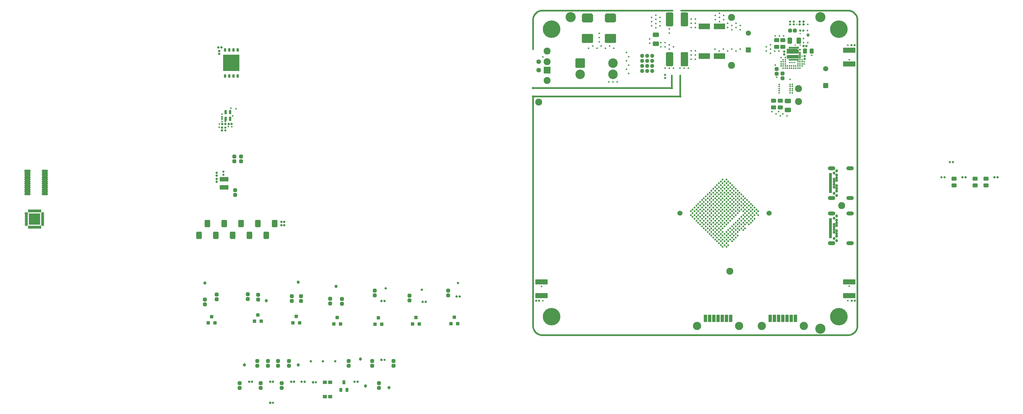
<source format=gts>
G04*
G04 #@! TF.GenerationSoftware,Altium Limited,Altium Designer,24.10.1 (45)*
G04*
G04 Layer_Color=8388736*
%FSLAX44Y44*%
%MOMM*%
G71*
G04*
G04 #@! TF.SameCoordinates,24BC4850-7E81-497A-B660-34607D59122C*
G04*
G04*
G04 #@! TF.FilePolarity,Negative*
G04*
G01*
G75*
%ADD11C,0.5080*%
%ADD63R,0.9032X0.5532*%
G04:AMPARAMS|DCode=64|XSize=2.2352mm|YSize=1.0922mm|CornerRadius=0.2483mm|HoleSize=0mm|Usage=FLASHONLY|Rotation=270.000|XOffset=0mm|YOffset=0mm|HoleType=Round|Shape=RoundedRectangle|*
%AMROUNDEDRECTD64*
21,1,2.2352,0.5956,0,0,270.0*
21,1,1.7386,1.0922,0,0,270.0*
1,1,0.4966,-0.2978,-0.8693*
1,1,0.4966,-0.2978,0.8693*
1,1,0.4966,0.2978,0.8693*
1,1,0.4966,0.2978,-0.8693*
%
%ADD64ROUNDEDRECTD64*%
G04:AMPARAMS|DCode=65|XSize=2.2352mm|YSize=1.0922mm|CornerRadius=0.1461mm|HoleSize=0mm|Usage=FLASHONLY|Rotation=270.000|XOffset=0mm|YOffset=0mm|HoleType=Round|Shape=RoundedRectangle|*
%AMROUNDEDRECTD65*
21,1,2.2352,0.8001,0,0,270.0*
21,1,1.9431,1.0922,0,0,270.0*
1,1,0.2921,-0.4001,-0.9716*
1,1,0.2921,-0.4001,0.9716*
1,1,0.2921,0.4001,0.9716*
1,1,0.2921,0.4001,-0.9716*
%
%ADD65ROUNDEDRECTD65*%
G04:AMPARAMS|DCode=66|XSize=0.608mm|YSize=0.608mm|CornerRadius=0.2024mm|HoleSize=0mm|Usage=FLASHONLY|Rotation=90.000|XOffset=0mm|YOffset=0mm|HoleType=Round|Shape=RoundedRectangle|*
%AMROUNDEDRECTD66*
21,1,0.6080,0.2032,0,0,90.0*
21,1,0.2032,0.6080,0,0,90.0*
1,1,0.4048,0.1016,0.1016*
1,1,0.4048,0.1016,-0.1016*
1,1,0.4048,-0.1016,-0.1016*
1,1,0.4048,-0.1016,0.1016*
%
%ADD66ROUNDEDRECTD66*%
G04:AMPARAMS|DCode=67|XSize=0.608mm|YSize=0.608mm|CornerRadius=0.177mm|HoleSize=0mm|Usage=FLASHONLY|Rotation=90.000|XOffset=0mm|YOffset=0mm|HoleType=Round|Shape=RoundedRectangle|*
%AMROUNDEDRECTD67*
21,1,0.6080,0.2540,0,0,90.0*
21,1,0.2540,0.6080,0,0,90.0*
1,1,0.3540,0.1270,0.1270*
1,1,0.3540,0.1270,-0.1270*
1,1,0.3540,-0.1270,-0.1270*
1,1,0.3540,-0.1270,0.1270*
%
%ADD67ROUNDEDRECTD67*%
G04:AMPARAMS|DCode=68|XSize=1.4732mm|YSize=1.2192mm|CornerRadius=0.2286mm|HoleSize=0mm|Usage=FLASHONLY|Rotation=180.000|XOffset=0mm|YOffset=0mm|HoleType=Round|Shape=RoundedRectangle|*
%AMROUNDEDRECTD68*
21,1,1.4732,0.7620,0,0,180.0*
21,1,1.0160,1.2192,0,0,180.0*
1,1,0.4572,-0.5080,0.3810*
1,1,0.4572,0.5080,0.3810*
1,1,0.4572,0.5080,-0.3810*
1,1,0.4572,-0.5080,-0.3810*
%
%ADD68ROUNDEDRECTD68*%
G04:AMPARAMS|DCode=69|XSize=1.8288mm|YSize=1.3208mm|CornerRadius=0.2413mm|HoleSize=0mm|Usage=FLASHONLY|Rotation=0.000|XOffset=0mm|YOffset=0mm|HoleType=Round|Shape=RoundedRectangle|*
%AMROUNDEDRECTD69*
21,1,1.8288,0.8382,0,0,0.0*
21,1,1.3462,1.3208,0,0,0.0*
1,1,0.4826,0.6731,-0.4191*
1,1,0.4826,-0.6731,-0.4191*
1,1,0.4826,-0.6731,0.4191*
1,1,0.4826,0.6731,0.4191*
%
%ADD69ROUNDEDRECTD69*%
G04:AMPARAMS|DCode=70|XSize=1.1532mm|YSize=1.1532mm|CornerRadius=0.2774mm|HoleSize=0mm|Usage=FLASHONLY|Rotation=180.000|XOffset=0mm|YOffset=0mm|HoleType=Round|Shape=RoundedRectangle|*
%AMROUNDEDRECTD70*
21,1,1.1532,0.5985,0,0,180.0*
21,1,0.5985,1.1532,0,0,180.0*
1,1,0.5547,-0.2993,0.2993*
1,1,0.5547,0.2993,0.2993*
1,1,0.5547,0.2993,-0.2993*
1,1,0.5547,-0.2993,-0.2993*
%
%ADD70ROUNDEDRECTD70*%
%ADD71C,3.0480*%
G04:AMPARAMS|DCode=72|XSize=0.4532mm|YSize=0.6532mm|CornerRadius=0.1329mm|HoleSize=0mm|Usage=FLASHONLY|Rotation=270.000|XOffset=0mm|YOffset=0mm|HoleType=Round|Shape=RoundedRectangle|*
%AMROUNDEDRECTD72*
21,1,0.4532,0.3875,0,0,270.0*
21,1,0.1875,0.6532,0,0,270.0*
1,1,0.2657,-0.1938,-0.0938*
1,1,0.2657,-0.1938,0.0938*
1,1,0.2657,0.1938,0.0938*
1,1,0.2657,0.1938,-0.0938*
%
%ADD72ROUNDEDRECTD72*%
G04:AMPARAMS|DCode=73|XSize=0.6532mm|YSize=0.4532mm|CornerRadius=0.1329mm|HoleSize=0mm|Usage=FLASHONLY|Rotation=270.000|XOffset=0mm|YOffset=0mm|HoleType=Round|Shape=RoundedRectangle|*
%AMROUNDEDRECTD73*
21,1,0.6532,0.1875,0,0,270.0*
21,1,0.3875,0.4532,0,0,270.0*
1,1,0.2657,-0.0938,-0.1938*
1,1,0.2657,-0.0938,0.1938*
1,1,0.2657,0.0938,0.1938*
1,1,0.2657,0.0938,-0.1938*
%
%ADD73ROUNDEDRECTD73*%
G04:AMPARAMS|DCode=74|XSize=0.6532mm|YSize=0.4532mm|CornerRadius=0.1141mm|HoleSize=0mm|Usage=FLASHONLY|Rotation=270.000|XOffset=0mm|YOffset=0mm|HoleType=Round|Shape=RoundedRectangle|*
%AMROUNDEDRECTD74*
21,1,0.6532,0.2250,0,0,270.0*
21,1,0.4250,0.4532,0,0,270.0*
1,1,0.2282,-0.1125,-0.2125*
1,1,0.2282,-0.1125,0.2125*
1,1,0.2282,0.1125,0.2125*
1,1,0.2282,0.1125,-0.2125*
%
%ADD74ROUNDEDRECTD74*%
G04:AMPARAMS|DCode=75|XSize=0.4318mm|YSize=0.508mm|CornerRadius=0.1302mm|HoleSize=0mm|Usage=FLASHONLY|Rotation=270.000|XOffset=0mm|YOffset=0mm|HoleType=Round|Shape=RoundedRectangle|*
%AMROUNDEDRECTD75*
21,1,0.4318,0.2477,0,0,270.0*
21,1,0.1715,0.5080,0,0,270.0*
1,1,0.2604,-0.1238,-0.0857*
1,1,0.2604,-0.1238,0.0857*
1,1,0.2604,0.1238,0.0857*
1,1,0.2604,0.1238,-0.0857*
%
%ADD75ROUNDEDRECTD75*%
G04:AMPARAMS|DCode=76|XSize=1.8542mm|YSize=0.6096mm|CornerRadius=0.1687mm|HoleSize=0mm|Usage=FLASHONLY|Rotation=0.000|XOffset=0mm|YOffset=0mm|HoleType=Round|Shape=RoundedRectangle|*
%AMROUNDEDRECTD76*
21,1,1.8542,0.2723,0,0,0.0*
21,1,1.5169,0.6096,0,0,0.0*
1,1,0.3373,0.7584,-0.1361*
1,1,0.3373,-0.7584,-0.1361*
1,1,0.3373,-0.7584,0.1361*
1,1,0.3373,0.7584,0.1361*
%
%ADD76ROUNDEDRECTD76*%
G04:AMPARAMS|DCode=77|XSize=1.8542mm|YSize=0.6096mm|CornerRadius=0.1219mm|HoleSize=0mm|Usage=FLASHONLY|Rotation=0.000|XOffset=0mm|YOffset=0mm|HoleType=Round|Shape=RoundedRectangle|*
%AMROUNDEDRECTD77*
21,1,1.8542,0.3658,0,0,0.0*
21,1,1.6104,0.6096,0,0,0.0*
1,1,0.2438,0.8052,-0.1829*
1,1,0.2438,-0.8052,-0.1829*
1,1,0.2438,-0.8052,0.1829*
1,1,0.2438,0.8052,0.1829*
%
%ADD77ROUNDEDRECTD77*%
G04:AMPARAMS|DCode=78|XSize=3.4544mm|YSize=3.4544mm|CornerRadius=0.1829mm|HoleSize=0mm|Usage=FLASHONLY|Rotation=0.000|XOffset=0mm|YOffset=0mm|HoleType=Round|Shape=RoundedRectangle|*
%AMROUNDEDRECTD78*
21,1,3.4544,3.0886,0,0,0.0*
21,1,3.0886,3.4544,0,0,0.0*
1,1,0.3658,1.5443,-1.5443*
1,1,0.3658,-1.5443,-1.5443*
1,1,0.3658,-1.5443,1.5443*
1,1,0.3658,1.5443,1.5443*
%
%ADD78ROUNDEDRECTD78*%
G04:AMPARAMS|DCode=79|XSize=0.4572mm|YSize=0.9652mm|CornerRadius=0.1435mm|HoleSize=0mm|Usage=FLASHONLY|Rotation=180.000|XOffset=0mm|YOffset=0mm|HoleType=Round|Shape=RoundedRectangle|*
%AMROUNDEDRECTD79*
21,1,0.4572,0.6782,0,0,180.0*
21,1,0.1702,0.9652,0,0,180.0*
1,1,0.2870,-0.0851,0.3391*
1,1,0.2870,0.0851,0.3391*
1,1,0.2870,0.0851,-0.3391*
1,1,0.2870,-0.0851,-0.3391*
%
%ADD79ROUNDEDRECTD79*%
G04:AMPARAMS|DCode=80|XSize=0.4572mm|YSize=0.9652mm|CornerRadius=0.1435mm|HoleSize=0mm|Usage=FLASHONLY|Rotation=270.000|XOffset=0mm|YOffset=0mm|HoleType=Round|Shape=RoundedRectangle|*
%AMROUNDEDRECTD80*
21,1,0.4572,0.6782,0,0,270.0*
21,1,0.1702,0.9652,0,0,270.0*
1,1,0.2870,-0.3391,-0.0851*
1,1,0.2870,-0.3391,0.0851*
1,1,0.2870,0.3391,0.0851*
1,1,0.2870,0.3391,-0.0851*
%
%ADD80ROUNDEDRECTD80*%
G04:AMPARAMS|DCode=81|XSize=0.4572mm|YSize=0.9652mm|CornerRadius=0.1143mm|HoleSize=0mm|Usage=FLASHONLY|Rotation=270.000|XOffset=0mm|YOffset=0mm|HoleType=Round|Shape=RoundedRectangle|*
%AMROUNDEDRECTD81*
21,1,0.4572,0.7366,0,0,270.0*
21,1,0.2286,0.9652,0,0,270.0*
1,1,0.2286,-0.3683,-0.1143*
1,1,0.2286,-0.3683,0.1143*
1,1,0.2286,0.3683,0.1143*
1,1,0.2286,0.3683,-0.1143*
%
%ADD81ROUNDEDRECTD81*%
G04:AMPARAMS|DCode=82|XSize=0.608mm|YSize=0.608mm|CornerRadius=0.2024mm|HoleSize=0mm|Usage=FLASHONLY|Rotation=0.000|XOffset=0mm|YOffset=0mm|HoleType=Round|Shape=RoundedRectangle|*
%AMROUNDEDRECTD82*
21,1,0.6080,0.2032,0,0,0.0*
21,1,0.2032,0.6080,0,0,0.0*
1,1,0.4048,0.1016,-0.1016*
1,1,0.4048,-0.1016,-0.1016*
1,1,0.4048,-0.1016,0.1016*
1,1,0.4048,0.1016,0.1016*
%
%ADD82ROUNDEDRECTD82*%
G04:AMPARAMS|DCode=83|XSize=0.608mm|YSize=0.608mm|CornerRadius=0.177mm|HoleSize=0mm|Usage=FLASHONLY|Rotation=180.000|XOffset=0mm|YOffset=0mm|HoleType=Round|Shape=RoundedRectangle|*
%AMROUNDEDRECTD83*
21,1,0.6080,0.2540,0,0,180.0*
21,1,0.2540,0.6080,0,0,180.0*
1,1,0.3540,-0.1270,0.1270*
1,1,0.3540,0.1270,0.1270*
1,1,0.3540,0.1270,-0.1270*
1,1,0.3540,-0.1270,-0.1270*
%
%ADD83ROUNDEDRECTD83*%
G04:AMPARAMS|DCode=84|XSize=1.8288mm|YSize=1.3208mm|CornerRadius=0.2413mm|HoleSize=0mm|Usage=FLASHONLY|Rotation=90.000|XOffset=0mm|YOffset=0mm|HoleType=Round|Shape=RoundedRectangle|*
%AMROUNDEDRECTD84*
21,1,1.8288,0.8382,0,0,90.0*
21,1,1.3462,1.3208,0,0,90.0*
1,1,0.4826,0.4191,0.6731*
1,1,0.4826,0.4191,-0.6731*
1,1,0.4826,-0.4191,-0.6731*
1,1,0.4826,-0.4191,0.6731*
%
%ADD84ROUNDEDRECTD84*%
G04:AMPARAMS|DCode=85|XSize=1.4732mm|YSize=1.2192mm|CornerRadius=0.2286mm|HoleSize=0mm|Usage=FLASHONLY|Rotation=90.000|XOffset=0mm|YOffset=0mm|HoleType=Round|Shape=RoundedRectangle|*
%AMROUNDEDRECTD85*
21,1,1.4732,0.7620,0,0,90.0*
21,1,1.0160,1.2192,0,0,90.0*
1,1,0.4572,0.3810,0.5080*
1,1,0.4572,0.3810,-0.5080*
1,1,0.4572,-0.3810,-0.5080*
1,1,0.4572,-0.3810,0.5080*
%
%ADD85ROUNDEDRECTD85*%
%ADD86C,0.9652*%
G04:AMPARAMS|DCode=87|XSize=1.1532mm|YSize=1.1532mm|CornerRadius=0.2774mm|HoleSize=0mm|Usage=FLASHONLY|Rotation=90.000|XOffset=0mm|YOffset=0mm|HoleType=Round|Shape=RoundedRectangle|*
%AMROUNDEDRECTD87*
21,1,1.1532,0.5985,0,0,90.0*
21,1,0.5985,1.1532,0,0,90.0*
1,1,0.5547,0.2993,0.2993*
1,1,0.5547,0.2993,-0.2993*
1,1,0.5547,-0.2993,-0.2993*
1,1,0.5547,-0.2993,0.2993*
%
%ADD87ROUNDEDRECTD87*%
G04:AMPARAMS|DCode=88|XSize=0.4826mm|YSize=0.5588mm|CornerRadius=0.0927mm|HoleSize=0mm|Usage=FLASHONLY|Rotation=90.000|XOffset=0mm|YOffset=0mm|HoleType=Round|Shape=RoundedRectangle|*
%AMROUNDEDRECTD88*
21,1,0.4826,0.3734,0,0,90.0*
21,1,0.2972,0.5588,0,0,90.0*
1,1,0.1854,0.1867,0.1486*
1,1,0.1854,0.1867,-0.1486*
1,1,0.1854,-0.1867,-0.1486*
1,1,0.1854,-0.1867,0.1486*
%
%ADD88ROUNDEDRECTD88*%
%ADD89R,5.0292X4.9022*%
G04:AMPARAMS|DCode=90|XSize=1.016mm|YSize=0.7112mm|CornerRadius=0.1651mm|HoleSize=0mm|Usage=FLASHONLY|Rotation=90.000|XOffset=0mm|YOffset=0mm|HoleType=Round|Shape=RoundedRectangle|*
%AMROUNDEDRECTD90*
21,1,1.0160,0.3810,0,0,90.0*
21,1,0.6858,0.7112,0,0,90.0*
1,1,0.3302,0.1905,0.3429*
1,1,0.3302,0.1905,-0.3429*
1,1,0.3302,-0.1905,-0.3429*
1,1,0.3302,-0.1905,0.3429*
%
%ADD90ROUNDEDRECTD90*%
G04:AMPARAMS|DCode=91|XSize=1.016mm|YSize=0.7112mm|CornerRadius=0.127mm|HoleSize=0mm|Usage=FLASHONLY|Rotation=90.000|XOffset=0mm|YOffset=0mm|HoleType=Round|Shape=RoundedRectangle|*
%AMROUNDEDRECTD91*
21,1,1.0160,0.4572,0,0,90.0*
21,1,0.7620,0.7112,0,0,90.0*
1,1,0.2540,0.2286,0.3810*
1,1,0.2540,0.2286,-0.3810*
1,1,0.2540,-0.2286,-0.3810*
1,1,0.2540,-0.2286,0.3810*
%
%ADD91ROUNDEDRECTD91*%
%ADD92C,1.5240*%
%ADD93C,0.5732*%
G04:AMPARAMS|DCode=94|XSize=0.608mm|YSize=0.608mm|CornerRadius=0.0754mm|HoleSize=0mm|Usage=FLASHONLY|Rotation=90.000|XOffset=0mm|YOffset=0mm|HoleType=Round|Shape=RoundedRectangle|*
%AMROUNDEDRECTD94*
21,1,0.6080,0.4572,0,0,90.0*
21,1,0.4572,0.6080,0,0,90.0*
1,1,0.1508,0.2286,0.2286*
1,1,0.1508,0.2286,-0.2286*
1,1,0.1508,-0.2286,-0.2286*
1,1,0.1508,-0.2286,0.2286*
%
%ADD94ROUNDEDRECTD94*%
G04:AMPARAMS|DCode=95|XSize=1.016mm|YSize=1.0922mm|CornerRadius=0.2357mm|HoleSize=0mm|Usage=FLASHONLY|Rotation=0.000|XOffset=0mm|YOffset=0mm|HoleType=Round|Shape=RoundedRectangle|*
%AMROUNDEDRECTD95*
21,1,1.0160,0.6208,0,0,0.0*
21,1,0.5446,1.0922,0,0,0.0*
1,1,0.4714,0.2723,-0.3104*
1,1,0.4714,-0.2723,-0.3104*
1,1,0.4714,-0.2723,0.3104*
1,1,0.4714,0.2723,0.3104*
%
%ADD95ROUNDEDRECTD95*%
G04:AMPARAMS|DCode=96|XSize=1.016mm|YSize=1.0922mm|CornerRadius=0.1422mm|HoleSize=0mm|Usage=FLASHONLY|Rotation=0.000|XOffset=0mm|YOffset=0mm|HoleType=Round|Shape=RoundedRectangle|*
%AMROUNDEDRECTD96*
21,1,1.0160,0.8077,0,0,0.0*
21,1,0.7315,1.0922,0,0,0.0*
1,1,0.2845,0.3658,-0.4039*
1,1,0.2845,-0.3658,-0.4039*
1,1,0.2845,-0.3658,0.4039*
1,1,0.2845,0.3658,0.4039*
%
%ADD96ROUNDEDRECTD96*%
G04:AMPARAMS|DCode=97|XSize=1.397mm|YSize=0.6604mm|CornerRadius=0.177mm|HoleSize=0mm|Usage=FLASHONLY|Rotation=270.000|XOffset=0mm|YOffset=0mm|HoleType=Round|Shape=RoundedRectangle|*
%AMROUNDEDRECTD97*
21,1,1.3970,0.3063,0,0,270.0*
21,1,1.0429,0.6604,0,0,270.0*
1,1,0.3541,-0.1532,-0.5215*
1,1,0.3541,-0.1532,0.5215*
1,1,0.3541,0.1532,0.5215*
1,1,0.3541,0.1532,-0.5215*
%
%ADD97ROUNDEDRECTD97*%
G04:AMPARAMS|DCode=98|XSize=1.397mm|YSize=0.6604mm|CornerRadius=0.1245mm|HoleSize=0mm|Usage=FLASHONLY|Rotation=90.000|XOffset=0mm|YOffset=0mm|HoleType=Round|Shape=RoundedRectangle|*
%AMROUNDEDRECTD98*
21,1,1.3970,0.4115,0,0,90.0*
21,1,1.1481,0.6604,0,0,90.0*
1,1,0.2489,0.2057,0.5740*
1,1,0.2489,0.2057,-0.5740*
1,1,0.2489,-0.2057,-0.5740*
1,1,0.2489,-0.2057,0.5740*
%
%ADD98ROUNDEDRECTD98*%
G04:AMPARAMS|DCode=99|XSize=1.27mm|YSize=0.7112mm|CornerRadius=0.1854mm|HoleSize=0mm|Usage=FLASHONLY|Rotation=90.000|XOffset=0mm|YOffset=0mm|HoleType=Round|Shape=RoundedRectangle|*
%AMROUNDEDRECTD99*
21,1,1.2700,0.3404,0,0,90.0*
21,1,0.8992,0.7112,0,0,90.0*
1,1,0.3708,0.1702,0.4496*
1,1,0.3708,0.1702,-0.4496*
1,1,0.3708,-0.1702,-0.4496*
1,1,0.3708,-0.1702,0.4496*
%
%ADD99ROUNDEDRECTD99*%
G04:AMPARAMS|DCode=100|XSize=1.27mm|YSize=0.7112mm|CornerRadius=0.127mm|HoleSize=0mm|Usage=FLASHONLY|Rotation=90.000|XOffset=0mm|YOffset=0mm|HoleType=Round|Shape=RoundedRectangle|*
%AMROUNDEDRECTD100*
21,1,1.2700,0.4572,0,0,90.0*
21,1,1.0160,0.7112,0,0,90.0*
1,1,0.2540,0.2286,0.5080*
1,1,0.2540,0.2286,-0.5080*
1,1,0.2540,-0.2286,-0.5080*
1,1,0.2540,-0.2286,0.5080*
%
%ADD100ROUNDEDRECTD100*%
%ADD101C,0.7112*%
G04:AMPARAMS|DCode=102|XSize=0.9144mm|YSize=1.2192mm|CornerRadius=0.1372mm|HoleSize=0mm|Usage=FLASHONLY|Rotation=0.000|XOffset=0mm|YOffset=0mm|HoleType=Round|Shape=RoundedRectangle|*
%AMROUNDEDRECTD102*
21,1,0.9144,0.9449,0,0,0.0*
21,1,0.6401,1.2192,0,0,0.0*
1,1,0.2743,0.3200,-0.4724*
1,1,0.2743,-0.3200,-0.4724*
1,1,0.2743,-0.3200,0.4724*
1,1,0.2743,0.3200,0.4724*
%
%ADD102ROUNDEDRECTD102*%
G04:AMPARAMS|DCode=103|XSize=0.9144mm|YSize=1.2192mm|CornerRadius=0.1905mm|HoleSize=0mm|Usage=FLASHONLY|Rotation=0.000|XOffset=0mm|YOffset=0mm|HoleType=Round|Shape=RoundedRectangle|*
%AMROUNDEDRECTD103*
21,1,0.9144,0.8382,0,0,0.0*
21,1,0.5334,1.2192,0,0,0.0*
1,1,0.3810,0.2667,-0.4191*
1,1,0.3810,-0.2667,-0.4191*
1,1,0.3810,-0.2667,0.4191*
1,1,0.3810,0.2667,0.4191*
%
%ADD103ROUNDEDRECTD103*%
G04:AMPARAMS|DCode=104|XSize=1.0922mm|YSize=1.2192mm|CornerRadius=0.2127mm|HoleSize=0mm|Usage=FLASHONLY|Rotation=90.000|XOffset=0mm|YOffset=0mm|HoleType=Round|Shape=RoundedRectangle|*
%AMROUNDEDRECTD104*
21,1,1.0922,0.7938,0,0,90.0*
21,1,0.6668,1.2192,0,0,90.0*
1,1,0.4255,0.3969,0.3334*
1,1,0.4255,0.3969,-0.3334*
1,1,0.4255,-0.3969,-0.3334*
1,1,0.4255,-0.3969,0.3334*
%
%ADD104ROUNDEDRECTD104*%
G04:AMPARAMS|DCode=105|XSize=1.6256mm|YSize=2.2352mm|CornerRadius=0.2794mm|HoleSize=0mm|Usage=FLASHONLY|Rotation=180.000|XOffset=0mm|YOffset=0mm|HoleType=Round|Shape=RoundedRectangle|*
%AMROUNDEDRECTD105*
21,1,1.6256,1.6764,0,0,180.0*
21,1,1.0668,2.2352,0,0,180.0*
1,1,0.5588,-0.5334,0.8382*
1,1,0.5588,0.5334,0.8382*
1,1,0.5588,0.5334,-0.8382*
1,1,0.5588,-0.5334,-0.8382*
%
%ADD105ROUNDEDRECTD105*%
G04:AMPARAMS|DCode=106|XSize=1.6256mm|YSize=2.2352mm|CornerRadius=0.1727mm|HoleSize=0mm|Usage=FLASHONLY|Rotation=180.000|XOffset=0mm|YOffset=0mm|HoleType=Round|Shape=RoundedRectangle|*
%AMROUNDEDRECTD106*
21,1,1.6256,1.8898,0,0,180.0*
21,1,1.2802,2.2352,0,0,180.0*
1,1,0.3454,-0.6401,0.9449*
1,1,0.3454,0.6401,0.9449*
1,1,0.3454,0.6401,-0.9449*
1,1,0.3454,-0.6401,-0.9449*
%
%ADD106ROUNDEDRECTD106*%
G04:AMPARAMS|DCode=107|XSize=3.3782mm|YSize=2.667mm|CornerRadius=0.2248mm|HoleSize=0mm|Usage=FLASHONLY|Rotation=180.000|XOffset=0mm|YOffset=0mm|HoleType=Round|Shape=RoundedRectangle|*
%AMROUNDEDRECTD107*
21,1,3.3782,2.2174,0,0,180.0*
21,1,2.9286,2.6670,0,0,180.0*
1,1,0.4496,-1.4643,1.1087*
1,1,0.4496,1.4643,1.1087*
1,1,0.4496,1.4643,-1.1087*
1,1,0.4496,-1.4643,-1.1087*
%
%ADD107ROUNDEDRECTD107*%
G04:AMPARAMS|DCode=108|XSize=3.3782mm|YSize=2.667mm|CornerRadius=0.5081mm|HoleSize=0mm|Usage=FLASHONLY|Rotation=180.000|XOffset=0mm|YOffset=0mm|HoleType=Round|Shape=RoundedRectangle|*
%AMROUNDEDRECTD108*
21,1,3.3782,1.6508,0,0,180.0*
21,1,2.3620,2.6670,0,0,180.0*
1,1,1.0163,-1.1810,0.8254*
1,1,1.0163,1.1810,0.8254*
1,1,1.0163,1.1810,-0.8254*
1,1,1.0163,-1.1810,-0.8254*
%
%ADD108ROUNDEDRECTD108*%
G04:AMPARAMS|DCode=109|XSize=2.2352mm|YSize=4.1656mm|CornerRadius=0.2032mm|HoleSize=0mm|Usage=FLASHONLY|Rotation=180.000|XOffset=0mm|YOffset=0mm|HoleType=Round|Shape=RoundedRectangle|*
%AMROUNDEDRECTD109*
21,1,2.2352,3.7592,0,0,180.0*
21,1,1.8288,4.1656,0,0,180.0*
1,1,0.4064,-0.9144,1.8796*
1,1,0.4064,0.9144,1.8796*
1,1,0.4064,0.9144,-1.8796*
1,1,0.4064,-0.9144,-1.8796*
%
%ADD109ROUNDEDRECTD109*%
G04:AMPARAMS|DCode=110|XSize=2.2352mm|YSize=4.1656mm|CornerRadius=0.3556mm|HoleSize=0mm|Usage=FLASHONLY|Rotation=180.000|XOffset=0mm|YOffset=0mm|HoleType=Round|Shape=RoundedRectangle|*
%AMROUNDEDRECTD110*
21,1,2.2352,3.4544,0,0,180.0*
21,1,1.5240,4.1656,0,0,180.0*
1,1,0.7112,-0.7620,1.7272*
1,1,0.7112,0.7620,1.7272*
1,1,0.7112,0.7620,-1.7272*
1,1,0.7112,-0.7620,-1.7272*
%
%ADD110ROUNDEDRECTD110*%
%ADD111R,3.3528X1.7018*%
G04:AMPARAMS|DCode=112|XSize=1.6002mm|YSize=3.7592mm|CornerRadius=0.2762mm|HoleSize=0mm|Usage=FLASHONLY|Rotation=270.000|XOffset=0mm|YOffset=0mm|HoleType=Round|Shape=RoundedRectangle|*
%AMROUNDEDRECTD112*
21,1,1.6002,3.2068,0,0,270.0*
21,1,1.0478,3.7592,0,0,270.0*
1,1,0.5525,-1.6034,-0.5239*
1,1,0.5525,-1.6034,0.5239*
1,1,0.5525,1.6034,0.5239*
1,1,0.5525,1.6034,-0.5239*
%
%ADD112ROUNDEDRECTD112*%
%ADD113O,2.2352X1.2192*%
%ADD114C,0.8636*%
%ADD115C,2.4892*%
G04:AMPARAMS|DCode=116|XSize=1.5748mm|YSize=1.5748mm|CornerRadius=0.2731mm|HoleSize=0mm|Usage=FLASHONLY|Rotation=90.000|XOffset=0mm|YOffset=0mm|HoleType=Round|Shape=RoundedRectangle|*
%AMROUNDEDRECTD116*
21,1,1.5748,1.0287,0,0,90.0*
21,1,1.0287,1.5748,0,0,90.0*
1,1,0.5461,0.5143,0.5143*
1,1,0.5461,0.5143,-0.5143*
1,1,0.5461,-0.5143,-0.5143*
1,1,0.5461,-0.5143,0.5143*
%
%ADD116ROUNDEDRECTD116*%
%ADD117C,1.5748*%
%ADD118C,2.1082*%
G04:AMPARAMS|DCode=119|XSize=2.8702mm|YSize=2.8702mm|CornerRadius=0.235mm|HoleSize=0mm|Usage=FLASHONLY|Rotation=0.000|XOffset=0mm|YOffset=0mm|HoleType=Round|Shape=RoundedRectangle|*
%AMROUNDEDRECTD119*
21,1,2.8702,2.4003,0,0,0.0*
21,1,2.4003,2.8702,0,0,0.0*
1,1,0.4699,1.2002,-1.2002*
1,1,0.4699,-1.2002,-1.2002*
1,1,0.4699,-1.2002,1.2002*
1,1,0.4699,1.2002,1.2002*
%
%ADD119ROUNDEDRECTD119*%
%ADD120C,2.8702*%
G04:AMPARAMS|DCode=121|XSize=2.1082mm|YSize=2.1082mm|CornerRadius=0.1969mm|HoleSize=0mm|Usage=FLASHONLY|Rotation=90.000|XOffset=0mm|YOffset=0mm|HoleType=Round|Shape=RoundedRectangle|*
%AMROUNDEDRECTD121*
21,1,2.1082,1.7145,0,0,90.0*
21,1,1.7145,2.1082,0,0,90.0*
1,1,0.3937,0.8573,0.8573*
1,1,0.3937,0.8573,-0.8573*
1,1,0.3937,-0.8573,-0.8573*
1,1,0.3937,-0.8573,0.8573*
%
%ADD121ROUNDEDRECTD121*%
%ADD122C,1.4224*%
%ADD123C,5.2832*%
%ADD124C,0.4064*%
%ADD125C,0.4572*%
%ADD126C,1.2192*%
G36*
X3507859Y2515859D02*
X3511718Y2514825D01*
X3515410Y2513295D01*
X3518870Y2511298D01*
X3522040Y2508865D01*
X3524865Y2506040D01*
X3527297Y2502870D01*
X3529295Y2499410D01*
X3530824Y2495719D01*
X3531859Y2491859D01*
X3532380Y2487898D01*
Y2485900D01*
X3527300D01*
X3527178Y2488390D01*
X3526206Y2493273D01*
X3524301Y2497874D01*
X3521534Y2502014D01*
X3518014Y2505535D01*
X3513873Y2508301D01*
X3509273Y2510206D01*
X3504390Y2511178D01*
X3501900Y2511300D01*
Y2511300D01*
X2997200Y2511300D01*
X2997200Y2516380D01*
X3501900Y2516380D01*
X3503898D01*
X3507859Y2515859D01*
D02*
G37*
G36*
X2971800Y2511300D02*
X2578100Y2511300D01*
Y2511300D01*
X2575610Y2511178D01*
X2570727Y2510206D01*
X2566126Y2508301D01*
X2561986Y2505535D01*
X2558466Y2502014D01*
X2555699Y2497874D01*
X2553794Y2493273D01*
X2552822Y2488390D01*
X2552700Y2485900D01*
X2547620D01*
Y2487898D01*
X2548141Y2491859D01*
X2549176Y2495719D01*
X2550705Y2499410D01*
X2552702Y2502870D01*
X2555135Y2506040D01*
X2557960Y2508865D01*
X2561130Y2511298D01*
X2564590Y2513295D01*
X2568282Y2514824D01*
X2572141Y2515858D01*
X2576102Y2516380D01*
X2578100D01*
X2971800Y2516380D01*
X2971800Y2511300D01*
D02*
G37*
G36*
X3320493Y2398549D02*
X3320545Y2398539D01*
X3320623Y2398524D01*
X3320750Y2398481D01*
X3320869Y2398422D01*
D01*
X3320869Y2398422D01*
X3320980Y2398348D01*
X3321055Y2398282D01*
X3321080Y2398260D01*
X3321080Y2398260D01*
X3321080Y2398260D01*
X3321102Y2398235D01*
X3321168Y2398160D01*
X3321202Y2398108D01*
X3348360D01*
X3348380Y2398107D01*
X3348401Y2398107D01*
X3348447Y2398103D01*
X3348493Y2398100D01*
X3348513Y2398096D01*
X3348533Y2398093D01*
X3348578Y2398082D01*
X3348623Y2398073D01*
X3348643Y2398067D01*
X3348663Y2398062D01*
X3348706Y2398045D01*
X3348750Y2398031D01*
X3348768Y2398022D01*
X3348787Y2398014D01*
X3348828Y2397992D01*
X3348869Y2397972D01*
X3348886Y2397960D01*
X3348904Y2397951D01*
X3348942Y2397923D01*
X3348980Y2397898D01*
X3348995Y2397884D01*
X3349012Y2397872D01*
X3352012Y2395372D01*
X3352045Y2395340D01*
X3352080Y2395310D01*
X3352094Y2395294D01*
X3352108Y2395280D01*
X3352137Y2395244D01*
X3352168Y2395210D01*
X3352179Y2395193D01*
X3352192Y2395177D01*
X3352216Y2395137D01*
X3352242Y2395099D01*
X3352251Y2395081D01*
X3352261Y2395063D01*
X3352280Y2395021D01*
X3352301Y2394980D01*
X3352307Y2394960D01*
X3352316Y2394942D01*
X3352328Y2394897D01*
X3352343Y2394854D01*
X3352347Y2394833D01*
X3352353Y2394814D01*
X3352361Y2394768D01*
X3352369Y2394723D01*
X3352371Y2394702D01*
X3352374Y2394682D01*
X3352375Y2394636D01*
X3352378Y2394590D01*
Y2385040D01*
X3352369Y2384907D01*
X3352343Y2384776D01*
X3352301Y2384650D01*
X3352242Y2384531D01*
X3352168Y2384420D01*
X3352080Y2384320D01*
X3351980Y2384232D01*
X3351869Y2384158D01*
X3351750Y2384099D01*
X3351624Y2384057D01*
X3351493Y2384030D01*
X3351360Y2384022D01*
X3317060D01*
X3316927Y2384030D01*
X3316797Y2384057D01*
X3316671Y2384099D01*
X3316551Y2384158D01*
X3316440Y2384232D01*
X3316340Y2384320D01*
X3316252Y2384420D01*
X3316178Y2384531D01*
X3316119Y2384650D01*
X3316076Y2384776D01*
X3316050Y2384907D01*
X3316042Y2385040D01*
Y2387540D01*
X3316050Y2387673D01*
X3316076Y2387803D01*
X3316119Y2387930D01*
X3316178Y2388049D01*
X3316252Y2388160D01*
X3316340Y2388260D01*
X3316440Y2388348D01*
X3316551Y2388422D01*
X3316671Y2388481D01*
X3316797Y2388524D01*
X3316927Y2388549D01*
X3317060Y2388558D01*
X3319342D01*
Y2389022D01*
X3317060D01*
X3316927Y2389030D01*
X3316797Y2389057D01*
X3316671Y2389099D01*
X3316551Y2389158D01*
X3316440Y2389232D01*
X3316340Y2389320D01*
X3316252Y2389420D01*
X3316178Y2389531D01*
X3316119Y2389650D01*
X3316076Y2389776D01*
X3316050Y2389907D01*
X3316042Y2390040D01*
Y2392540D01*
X3316050Y2392673D01*
X3316076Y2392803D01*
X3316119Y2392930D01*
X3316178Y2393049D01*
X3316252Y2393160D01*
X3316340Y2393260D01*
X3316440Y2393348D01*
X3316551Y2393422D01*
X3316671Y2393481D01*
X3316797Y2393524D01*
X3316927Y2393549D01*
X3317060Y2393558D01*
X3319342D01*
Y2394022D01*
X3317060D01*
X3316927Y2394030D01*
X3316797Y2394057D01*
X3316671Y2394099D01*
X3316551Y2394158D01*
X3316440Y2394232D01*
X3316340Y2394320D01*
X3316252Y2394420D01*
X3316178Y2394531D01*
X3316119Y2394650D01*
X3316076Y2394776D01*
X3316050Y2394907D01*
X3316042Y2395040D01*
Y2397540D01*
X3316050Y2397673D01*
X3316076Y2397803D01*
X3316119Y2397930D01*
X3316178Y2398049D01*
X3316252Y2398160D01*
X3316340Y2398260D01*
X3316440Y2398348D01*
X3316551Y2398422D01*
X3316671Y2398481D01*
X3316797Y2398524D01*
X3316927Y2398549D01*
X3317060Y2398558D01*
X3320360Y2398558D01*
X3320360D01*
X3320360D01*
X3320493Y2398549D01*
D02*
G37*
G36*
X2552700Y2485900D02*
Y2397000D01*
X2547620D01*
Y2485900D01*
X2552700Y2485900D01*
D02*
G37*
G36*
X3351493Y2380049D02*
X3351624Y2380023D01*
X3351750Y2379981D01*
X3351870Y2379922D01*
X3351980Y2379848D01*
X3352080Y2379760D01*
X3352168Y2379660D01*
X3352242Y2379549D01*
X3352301Y2379430D01*
X3352344Y2379303D01*
X3352370Y2379173D01*
X3352379Y2379040D01*
Y2370490D01*
X3352370Y2370357D01*
X3352344Y2370226D01*
X3352301Y2370100D01*
X3352242Y2369981D01*
X3352168Y2369870D01*
X3352080Y2369770D01*
X3351980Y2369682D01*
X3351870Y2369608D01*
X3351750Y2369549D01*
X3351624Y2369507D01*
X3351493Y2369480D01*
X3351360Y2369472D01*
X3321169D01*
X3321168Y2369470D01*
X3321080Y2369370D01*
X3320980Y2369282D01*
X3320869Y2369208D01*
X3320750Y2369149D01*
X3320624Y2369106D01*
X3320493Y2369081D01*
X3320360Y2369072D01*
X3317060D01*
X3316927Y2369081D01*
X3316797Y2369106D01*
X3316671Y2369149D01*
X3316551Y2369208D01*
X3316440Y2369282D01*
X3316340Y2369370D01*
X3316253Y2369470D01*
X3316179Y2369581D01*
X3316120Y2369700D01*
X3316077Y2369827D01*
X3316051Y2369957D01*
X3316042Y2370090D01*
Y2372590D01*
X3316051Y2372723D01*
X3316077Y2372854D01*
X3316120Y2372980D01*
X3316179Y2373099D01*
X3316253Y2373210D01*
X3316340Y2373310D01*
X3316440Y2373398D01*
X3316551Y2373472D01*
X3316671Y2373531D01*
X3316797Y2373573D01*
X3316927Y2373600D01*
X3317060Y2373608D01*
X3319342D01*
Y2374072D01*
X3317060D01*
X3316927Y2374081D01*
X3316797Y2374106D01*
X3316671Y2374149D01*
X3316551Y2374208D01*
X3316440Y2374282D01*
X3316340Y2374370D01*
X3316253Y2374470D01*
X3316179Y2374581D01*
X3316120Y2374700D01*
X3316077Y2374827D01*
X3316051Y2374957D01*
X3316042Y2375090D01*
Y2377590D01*
X3316051Y2377723D01*
X3316077Y2377854D01*
X3316120Y2377980D01*
X3316179Y2378099D01*
X3316253Y2378210D01*
X3316340Y2378310D01*
X3316440Y2378398D01*
X3316551Y2378472D01*
X3316671Y2378531D01*
X3316797Y2378573D01*
X3316927Y2378600D01*
X3317060Y2378608D01*
X3319342D01*
Y2379040D01*
X3319351Y2379173D01*
X3319377Y2379303D01*
X3319420Y2379430D01*
X3319478Y2379549D01*
X3319553Y2379660D01*
X3319641Y2379760D01*
X3319741Y2379848D01*
X3319851Y2379922D01*
X3319971Y2379981D01*
X3320097Y2380023D01*
X3320227Y2380049D01*
X3320360Y2380058D01*
X3351360D01*
X3351493Y2380049D01*
D02*
G37*
G36*
X2971800Y2282190D02*
X2966720Y2282190D01*
Y2317750D01*
X2971800D01*
Y2282190D01*
D02*
G37*
G36*
Y2277110D02*
X2547620D01*
Y2282190D01*
X2971800D01*
X2971800Y2277110D01*
D02*
G37*
G36*
X2997201Y2256786D02*
X2994660Y2256786D01*
X2994660Y2251710D01*
X2552700Y2251710D01*
Y2256790D01*
X2992121Y2256790D01*
Y2317746D01*
X2997201D01*
Y2256786D01*
D02*
G37*
G36*
X3532380Y2485900D02*
Y1562100D01*
Y1560102D01*
X3531859Y1556141D01*
X3530824Y1552281D01*
X3529295Y1548590D01*
X3527298Y1545130D01*
X3524865Y1541960D01*
X3522040Y1539135D01*
X3518870Y1536702D01*
X3515410Y1534705D01*
X3511718Y1533176D01*
X3507859Y1532142D01*
X3503898Y1531620D01*
X2576102D01*
X2572141Y1532142D01*
X2568282Y1533176D01*
X2564590Y1534705D01*
X2561130Y1536702D01*
X2557960Y1539135D01*
X2555135Y1541960D01*
X2552702Y1545130D01*
X2550705Y1548590D01*
X2549176Y1552281D01*
X2548141Y1556141D01*
X2547620Y1560102D01*
Y1562100D01*
X2547620Y2254250D01*
X2552700Y2254250D01*
X2552700Y1562100D01*
X2552822Y1559610D01*
X2553794Y1554727D01*
X2555699Y1550126D01*
X2558466Y1545986D01*
X2561986Y1542466D01*
X2566126Y1539699D01*
X2570727Y1537794D01*
X2575610Y1536822D01*
X2578100Y1536700D01*
X3501900D01*
X3504390Y1536822D01*
X3509273Y1537794D01*
X3513874Y1539699D01*
X3518014Y1542466D01*
X3521534Y1545986D01*
X3524301Y1550126D01*
X3526206Y1554727D01*
X3527178Y1559610D01*
X3527300Y1562100D01*
X3527300D01*
X3527300Y2485900D01*
X3532380Y2485900D01*
D02*
G37*
D11*
X2908350Y2468280D02*
D03*
X2921050Y2461930D02*
D03*
X2933750Y2468280D02*
D03*
X2921050Y2474630D02*
D03*
X2933750Y2480980D02*
D03*
X2908350D02*
D03*
Y2493680D02*
D03*
X2921050Y2500030D02*
D03*
X2933750Y2493680D02*
D03*
X2921050Y2487330D02*
D03*
X2961640Y2446020D02*
D03*
X2961640Y2458720D02*
D03*
X3176016Y2468878D02*
D03*
X3137916Y2475228D02*
D03*
X3163316D02*
D03*
X3150616Y2468878D02*
D03*
X3163316Y2462527D02*
D03*
X3137916D02*
D03*
X3316986Y2195830D02*
D03*
X3296666D02*
D03*
X3304286Y2202180D02*
D03*
X3283966D02*
D03*
X3271266Y2208530D02*
D03*
X3291586D02*
D03*
X3326130Y2306320D02*
D03*
X3281680Y2349500D02*
D03*
X3285490Y2312670D02*
D03*
X3293110Y2284730D02*
D03*
X3293110Y2291080D02*
D03*
X3332988Y2291080D02*
D03*
X3332989Y2278380D02*
D03*
X3332988Y2272030D02*
D03*
Y2284730D02*
D03*
X3332988Y2265680D02*
D03*
X3326638Y2284730D02*
D03*
Y2272030D02*
D03*
X3326638Y2278380D02*
D03*
X3326638Y2291080D02*
D03*
Y2265680D02*
D03*
X3293110D02*
D03*
X3293110Y2278380D02*
D03*
X3293110Y2272030D02*
D03*
X3362760Y2346490D02*
D03*
X3299260Y2346489D02*
D03*
X3299259Y2352839D02*
D03*
X3299259Y2359189D02*
D03*
X3311959Y2371889D02*
D03*
X3305609Y2365539D02*
D03*
X3311959Y2365539D02*
D03*
X3305609Y2359189D02*
D03*
X3311960Y2359189D02*
D03*
X3305609Y2352839D02*
D03*
X3311960Y2352839D02*
D03*
X3305609Y2340139D02*
D03*
X3305609Y2346489D02*
D03*
X3311960Y2340139D02*
D03*
X3311960Y2346489D02*
D03*
X3318310Y2340139D02*
D03*
X3318310Y2346489D02*
D03*
X3324659Y2340139D02*
D03*
X3324660Y2346490D02*
D03*
X3331010Y2340140D02*
D03*
X3331010Y2346490D02*
D03*
X3337360Y2340140D02*
D03*
X3337360Y2346490D02*
D03*
X3343710Y2346490D02*
D03*
X3343710Y2340140D02*
D03*
X3356410D02*
D03*
X3356410Y2346490D02*
D03*
X3350060Y2340140D02*
D03*
X3350060Y2346490D02*
D03*
X3369110Y2352840D02*
D03*
X3369110Y2359190D02*
D03*
X3350060Y2352840D02*
D03*
X3356410Y2352840D02*
D03*
X3362760Y2352840D02*
D03*
X3350060Y2359190D02*
D03*
X3356410Y2359190D02*
D03*
X3362760Y2359190D02*
D03*
X3362760Y2365540D02*
D03*
X3356410Y2365540D02*
D03*
X3299370Y2372270D02*
D03*
X3378835Y2453640D02*
D03*
X3379470Y2472105D02*
D03*
X3391662Y2378964D02*
D03*
X3379470Y2416810D02*
D03*
X3366770Y2429510D02*
D03*
X3366770Y2416810D02*
D03*
X3307080Y2437130D02*
D03*
X3294380Y2437130D02*
D03*
X3281680Y2437130D02*
D03*
X3292856Y2391410D02*
D03*
X3267456Y2385060D02*
D03*
Y2410460D02*
D03*
X3254756Y2404110D02*
D03*
Y2391410D02*
D03*
X3267456Y2397760D02*
D03*
X3280156Y2391410D02*
D03*
X3125470Y2499360D02*
D03*
X3112770Y2505710D02*
D03*
X3100070Y2499360D02*
D03*
Y2486660D02*
D03*
X3112770Y2493010D02*
D03*
X2579370Y2373630D02*
D03*
X1602740Y2171700D02*
D03*
X1629410Y2164080D02*
D03*
X1639570Y2162810D02*
D03*
X1601470Y2161540D02*
D03*
X1637030Y2218690D02*
D03*
X1652270Y2217420D02*
D03*
X1642110Y2195830D02*
D03*
X1610360Y2200910D02*
D03*
Y2179320D02*
D03*
X1620520D02*
D03*
X3027680Y2488438D02*
D03*
X3040380Y2488438D02*
D03*
X3125470Y2486660D02*
D03*
X3112770Y2480310D02*
D03*
X2971800Y2513840D02*
D03*
X3505200Y2365756D02*
D03*
Y1681988D02*
D03*
X2575560Y1681480D02*
D03*
X3500630Y2409700D02*
D03*
X3500630Y1638300D02*
D03*
X2579370Y1638300D02*
D03*
X3040380Y2475738D02*
D03*
Y2463038D02*
D03*
X3027680Y2463038D02*
D03*
Y2475738D02*
D03*
X3150616Y2456178D02*
D03*
X3176016D02*
D03*
Y2397760D02*
D03*
X3163316Y2391410D02*
D03*
X3150616Y2397760D02*
D03*
X3137916Y2391410D02*
D03*
X3099816Y2397760D02*
D03*
X3125216D02*
D03*
X3112516Y2391410D02*
D03*
X3027680Y2392172D02*
D03*
X3040380Y2392172D02*
D03*
X3027680Y2366772D02*
D03*
Y2379472D02*
D03*
X3040380Y2379472D02*
D03*
Y2366772D02*
D03*
X3006280Y2340300D02*
D03*
X2993580Y2340300D02*
D03*
X3018980D02*
D03*
X2973980D02*
D03*
X2948580D02*
D03*
X2961280Y2340300D02*
D03*
X2936240Y2404110D02*
D03*
Y2416810D02*
D03*
X2948940Y2416810D02*
D03*
X2961640Y2410460D02*
D03*
X2948940Y2404110D02*
D03*
X2974340D02*
D03*
X2961640Y2397760D02*
D03*
X2901950Y2415540D02*
D03*
Y2428240D02*
D03*
X2838450Y2324100D02*
D03*
Y2349500D02*
D03*
X2832100Y2336800D02*
D03*
Y2362200D02*
D03*
X2838450Y2374900D02*
D03*
X2832100Y2387600D02*
D03*
X2778760Y2298700D02*
D03*
X2804160D02*
D03*
X2791460Y2298700D02*
D03*
X2749550Y2444750D02*
D03*
X2749550Y2432050D02*
D03*
X2749550Y2419350D02*
D03*
X2781300Y2406650D02*
D03*
X2794000Y2400300D02*
D03*
X2768600D02*
D03*
X2755900Y2406650D02*
D03*
X2743200Y2400300D02*
D03*
X2730500Y2406650D02*
D03*
X2717800Y2400300D02*
D03*
X2994661Y2279646D02*
D03*
X2994661Y2266947D02*
D03*
X2981961Y2254247D02*
D03*
X2969261Y2292347D02*
D03*
X2969261Y2305047D02*
D03*
X2969261Y2317747D02*
D03*
X2994660Y2317750D02*
D03*
X2994660Y2305050D02*
D03*
X2994660Y2292350D02*
D03*
X2562860Y2254250D02*
D03*
X2575560Y2254250D02*
D03*
X2600960Y2254250D02*
D03*
X2588260Y2254250D02*
D03*
X2626360Y2254249D02*
D03*
X2613660Y2254250D02*
D03*
X2689861Y2254249D02*
D03*
X2702560Y2254249D02*
D03*
X2664460Y2254249D02*
D03*
X2677160Y2254249D02*
D03*
X2651760Y2254249D02*
D03*
X2639060Y2254249D02*
D03*
X2715260Y2254249D02*
D03*
X2753361Y2254248D02*
D03*
X2740660Y2254249D02*
D03*
X2727961Y2254249D02*
D03*
X2791461Y2254248D02*
D03*
X2778760Y2254248D02*
D03*
X2766060Y2254248D02*
D03*
X2829561Y2254248D02*
D03*
X2816861Y2254248D02*
D03*
X2804160Y2254248D02*
D03*
X2867661Y2254247D02*
D03*
X2854961Y2254248D02*
D03*
X2842261Y2254248D02*
D03*
X2905761Y2254247D02*
D03*
X2893061Y2254247D02*
D03*
X2880361Y2254247D02*
D03*
X2943861Y2254247D02*
D03*
X2931161Y2254247D02*
D03*
X2918461Y2254247D02*
D03*
X2969261Y2254247D02*
D03*
X2956561Y2254247D02*
D03*
X2956561Y2279647D02*
D03*
X2918461Y2279647D02*
D03*
X2931161Y2279647D02*
D03*
X2943861Y2279647D02*
D03*
X2880361Y2279647D02*
D03*
X2893061Y2279647D02*
D03*
X2905761Y2279647D02*
D03*
X2842261Y2279648D02*
D03*
X2854961Y2279648D02*
D03*
X2867661Y2279648D02*
D03*
X2804160Y2279648D02*
D03*
X2816860Y2279648D02*
D03*
X2829561Y2279648D02*
D03*
X2766060Y2279648D02*
D03*
X2778760Y2279648D02*
D03*
X2791461Y2279648D02*
D03*
X2727961Y2279649D02*
D03*
X2740660Y2279648D02*
D03*
X2753360Y2279648D02*
D03*
X2715260Y2279649D02*
D03*
X2639060Y2279649D02*
D03*
X2651760Y2279649D02*
D03*
X2677160Y2279649D02*
D03*
X2664460Y2279649D02*
D03*
X2702560Y2279649D02*
D03*
X2689860Y2279649D02*
D03*
X2613660Y2279650D02*
D03*
X2626360Y2279649D02*
D03*
X2588260Y2279650D02*
D03*
X2600960Y2279650D02*
D03*
X2575560Y2279650D02*
D03*
X2562860Y2279650D02*
D03*
X2553903Y2499870D02*
D03*
X2564130Y2510097D02*
D03*
X3515870Y2510097D02*
D03*
X3526096Y2499870D02*
D03*
X3526097Y1548130D02*
D03*
X3515870Y1537903D02*
D03*
X2564130Y1537903D02*
D03*
X2553903Y1548130D02*
D03*
X2603500Y1534160D02*
D03*
X2590800D02*
D03*
X3476500Y1534160D02*
D03*
X3501900D02*
D03*
X3451100D02*
D03*
X3425700D02*
D03*
X3400300D02*
D03*
X2628900Y1534160D02*
D03*
X2654300D02*
D03*
X2679700D02*
D03*
X2705100D02*
D03*
X2730500D02*
D03*
X2755900D02*
D03*
X2781300D02*
D03*
X2806700D02*
D03*
X2832100D02*
D03*
X2857500D02*
D03*
X2882900D02*
D03*
X2908300D02*
D03*
X2933700D02*
D03*
X2959100D02*
D03*
X2984500D02*
D03*
X3040000D02*
D03*
X3374900Y1534160D02*
D03*
X3349500D02*
D03*
X3324100Y1534160D02*
D03*
X3298700Y1534160D02*
D03*
X3273300D02*
D03*
X3247900D02*
D03*
X3222500D02*
D03*
X3197100D02*
D03*
X3171700D02*
D03*
X3146300D02*
D03*
X3120900D02*
D03*
X3095500Y1534160D02*
D03*
X3070100Y1534160D02*
D03*
X3009900Y1534160D02*
D03*
X2578100D02*
D03*
X2616200Y1534160D02*
D03*
X2641600D02*
D03*
X2667000D02*
D03*
X2692400D02*
D03*
X2717800D02*
D03*
X2743200D02*
D03*
X2768600D02*
D03*
X2794000D02*
D03*
X2819400D02*
D03*
X2844800D02*
D03*
X2870200D02*
D03*
X2895600D02*
D03*
X2921000D02*
D03*
X2946400D02*
D03*
X2971800D02*
D03*
X2997200D02*
D03*
X3082800Y1534160D02*
D03*
X3108200Y1534160D02*
D03*
X3133600D02*
D03*
X3159000Y1534160D02*
D03*
X3184400Y1534160D02*
D03*
X3209800Y1534160D02*
D03*
X3235200D02*
D03*
X3260600D02*
D03*
X3286000D02*
D03*
X3311400Y1534160D02*
D03*
X3336800Y1534160D02*
D03*
X3362200D02*
D03*
X3387600D02*
D03*
X3413000Y1534160D02*
D03*
X3438400Y1534160D02*
D03*
X3463800D02*
D03*
X3489200D02*
D03*
X3024950Y1534160D02*
D03*
X3055050D02*
D03*
X3529840Y2460500D02*
D03*
Y2473200D02*
D03*
X3529840Y1587500D02*
D03*
Y1562100D02*
D03*
Y1612900D02*
D03*
Y1638300D02*
D03*
Y1663700D02*
D03*
X3529840Y2435100D02*
D03*
Y2409700D02*
D03*
Y2384300D02*
D03*
Y2358900D02*
D03*
Y2333500D02*
D03*
Y2308100D02*
D03*
Y2282700D02*
D03*
Y2257300D02*
D03*
Y2231900D02*
D03*
Y2206500D02*
D03*
Y2181100D02*
D03*
Y2155700D02*
D03*
Y2130300D02*
D03*
Y2104900D02*
D03*
Y2079500D02*
D03*
Y2024000D02*
D03*
X3529840Y1689100D02*
D03*
Y1714500D02*
D03*
X3529840Y1739900D02*
D03*
X3529840Y1765300D02*
D03*
Y1790700D02*
D03*
Y1816100D02*
D03*
Y1841500D02*
D03*
Y1866900D02*
D03*
Y1892300D02*
D03*
Y1917700D02*
D03*
Y1943100D02*
D03*
X3529840Y1968500D02*
D03*
X3529840Y1993900D02*
D03*
X3529840Y2054100D02*
D03*
Y2485900D02*
D03*
X3529840Y2447800D02*
D03*
Y2422400D02*
D03*
Y2397000D02*
D03*
Y2371600D02*
D03*
Y2346200D02*
D03*
Y2320800D02*
D03*
Y2295400D02*
D03*
Y2270000D02*
D03*
Y2244600D02*
D03*
Y2219200D02*
D03*
Y2193800D02*
D03*
Y2168400D02*
D03*
Y2143000D02*
D03*
Y2117600D02*
D03*
Y2092200D02*
D03*
Y2066800D02*
D03*
X3529840Y1981200D02*
D03*
X3529840Y1955800D02*
D03*
Y1930400D02*
D03*
X3529840Y1905000D02*
D03*
X3529840Y1879600D02*
D03*
X3529840Y1854200D02*
D03*
Y1828800D02*
D03*
Y1803400D02*
D03*
Y1778000D02*
D03*
X3529840Y1752600D02*
D03*
X3529840Y1727200D02*
D03*
Y1701800D02*
D03*
Y1676400D02*
D03*
X3529840Y1651000D02*
D03*
X3529840Y1625600D02*
D03*
Y1600200D02*
D03*
Y1574800D02*
D03*
X3529840Y2039050D02*
D03*
Y2008950D02*
D03*
X2550160Y2460500D02*
D03*
Y2473200D02*
D03*
X2550160Y1587500D02*
D03*
Y1562100D02*
D03*
Y1612900D02*
D03*
Y1638300D02*
D03*
Y1663700D02*
D03*
X2550160Y2435100D02*
D03*
Y2409700D02*
D03*
Y2231900D02*
D03*
Y2206500D02*
D03*
Y2181100D02*
D03*
Y2155700D02*
D03*
Y2130300D02*
D03*
Y2104900D02*
D03*
Y2079500D02*
D03*
Y2024000D02*
D03*
X2550160Y1689100D02*
D03*
Y1714500D02*
D03*
X2550160Y1739900D02*
D03*
X2550160Y1765300D02*
D03*
Y1790700D02*
D03*
Y1816100D02*
D03*
Y1841500D02*
D03*
Y1866900D02*
D03*
Y1892300D02*
D03*
Y1917700D02*
D03*
Y1943100D02*
D03*
X2550160Y1968500D02*
D03*
X2550160Y1993900D02*
D03*
X2550160Y2054100D02*
D03*
Y2485900D02*
D03*
X2550160Y2447800D02*
D03*
Y2422400D02*
D03*
Y2397000D02*
D03*
Y2244600D02*
D03*
Y2219200D02*
D03*
Y2193800D02*
D03*
Y2168400D02*
D03*
Y2143000D02*
D03*
Y2117600D02*
D03*
Y2092200D02*
D03*
Y2066800D02*
D03*
X2550160Y1981200D02*
D03*
X2550160Y1955800D02*
D03*
Y1930400D02*
D03*
X2550160Y1905000D02*
D03*
X2550160Y1879600D02*
D03*
X2550160Y1854200D02*
D03*
Y1828800D02*
D03*
Y1803400D02*
D03*
Y1778000D02*
D03*
X2550160Y1752600D02*
D03*
X2550160Y1727200D02*
D03*
Y1701800D02*
D03*
Y1676400D02*
D03*
X2550160Y1651000D02*
D03*
X2550160Y1625600D02*
D03*
Y1600200D02*
D03*
Y1574800D02*
D03*
X2550160Y2039050D02*
D03*
Y2008950D02*
D03*
X3055050Y2513840D02*
D03*
X3024950D02*
D03*
X3489200Y2513840D02*
D03*
X3463800D02*
D03*
X3438400D02*
D03*
X3413000D02*
D03*
X3387600D02*
D03*
X3362200D02*
D03*
X3336800D02*
D03*
X3311400D02*
D03*
X3286000D02*
D03*
X3260600D02*
D03*
X3235200D02*
D03*
X3209800D02*
D03*
X3184400D02*
D03*
X3159000D02*
D03*
X3133600D02*
D03*
X3108200D02*
D03*
X3082800D02*
D03*
X2997200Y2513840D02*
D03*
X2946400D02*
D03*
X2921000D02*
D03*
X2895600D02*
D03*
X2870200D02*
D03*
X2844800D02*
D03*
X2819400D02*
D03*
X2794000D02*
D03*
X2768600D02*
D03*
X2743200D02*
D03*
X2717800D02*
D03*
X2692400D02*
D03*
X2667000D02*
D03*
X2641600D02*
D03*
X2616200D02*
D03*
X2578100Y2513840D02*
D03*
X3009900D02*
D03*
X3070100Y2513840D02*
D03*
X3095500D02*
D03*
X3120900D02*
D03*
X3146300D02*
D03*
X3171700D02*
D03*
X3197100D02*
D03*
X3222500D02*
D03*
X3247900D02*
D03*
X3273300D02*
D03*
X3298700D02*
D03*
X3324100D02*
D03*
X3349500D02*
D03*
X3374900D02*
D03*
X3040000Y2513840D02*
D03*
X2959100D02*
D03*
X2933700D02*
D03*
X2908300D02*
D03*
X2882900D02*
D03*
X2857500D02*
D03*
X2832100D02*
D03*
X2806700D02*
D03*
X2781300D02*
D03*
X2755900D02*
D03*
X2730500D02*
D03*
X2705100D02*
D03*
X2679700D02*
D03*
X2654300D02*
D03*
X2628900D02*
D03*
X3400300Y2513840D02*
D03*
X3425700D02*
D03*
X3451100D02*
D03*
X3501900D02*
D03*
X3476500D02*
D03*
X2590800Y2513840D02*
D03*
X2603500D02*
D03*
D63*
X3448640Y1884308D02*
D03*
Y1879308D02*
D03*
Y1874308D02*
D03*
X3448640Y1869308D02*
D03*
Y1864308D02*
D03*
X3448640Y1859308D02*
D03*
Y1854308D02*
D03*
Y1849308D02*
D03*
Y1844308D02*
D03*
Y1839308D02*
D03*
Y1834308D02*
D03*
Y1829308D02*
D03*
X3448640Y2020680D02*
D03*
Y2015680D02*
D03*
Y2010680D02*
D03*
Y2005680D02*
D03*
Y2000680D02*
D03*
Y1995680D02*
D03*
Y1990680D02*
D03*
Y1985680D02*
D03*
Y1980680D02*
D03*
X3448640Y1975680D02*
D03*
X3448640Y1970680D02*
D03*
X3448640Y1965680D02*
D03*
D64*
X3070860Y1585214D02*
D03*
X3083560D02*
D03*
X3096260D02*
D03*
X3134360D02*
D03*
X3121660D02*
D03*
X3108960D02*
D03*
X3266440D02*
D03*
X3279140D02*
D03*
X3291840D02*
D03*
X3329940D02*
D03*
X3317240D02*
D03*
X3304540D02*
D03*
D65*
X3147060D02*
D03*
X3342640D02*
D03*
D66*
X3818175Y2056050D02*
D03*
X3809285D02*
D03*
X3792855Y2010410D02*
D03*
X3783965D02*
D03*
X3366135Y2453640D02*
D03*
X3357245D02*
D03*
X1764665Y1329690D02*
D03*
X2101215Y1459230D02*
D03*
X1894205Y1391920D02*
D03*
X3521075Y2409190D02*
D03*
X3512185D02*
D03*
X3521710Y1638300D02*
D03*
X3512820D02*
D03*
X2559050D02*
D03*
X2567940D02*
D03*
D67*
X3943985Y2010410D02*
D03*
X3952875D02*
D03*
X3847465D02*
D03*
X3856355D02*
D03*
X3366897Y2406904D02*
D03*
X3375787D02*
D03*
X1619965Y2171700D02*
D03*
X1611075D02*
D03*
X1630125D02*
D03*
X1639015D02*
D03*
X1608455Y2402840D02*
D03*
X1599565D02*
D03*
X2011045Y1393190D02*
D03*
X2019935D02*
D03*
X1851025D02*
D03*
X1859915D02*
D03*
X1819275D02*
D03*
X1828165D02*
D03*
X1755775D02*
D03*
X1764665D02*
D03*
X1692275D02*
D03*
X1701165D02*
D03*
X1789430Y1875790D02*
D03*
X1798320D02*
D03*
X1789430Y1865630D02*
D03*
X1798320D02*
D03*
X2319020Y1651000D02*
D03*
X2327910D02*
D03*
X2216785Y1634490D02*
D03*
X2225675D02*
D03*
X2092325Y1637030D02*
D03*
X2101215D02*
D03*
D68*
X3917950Y1986280D02*
D03*
Y2006600D02*
D03*
X3884930Y1986280D02*
D03*
Y2006600D02*
D03*
X3821430Y1986280D02*
D03*
Y2006600D02*
D03*
X3296920Y2241550D02*
D03*
Y2221230D02*
D03*
X3276600Y2241550D02*
D03*
Y2221230D02*
D03*
X3304540Y2404110D02*
D03*
Y2424430D02*
D03*
X3285490Y2404110D02*
D03*
Y2424430D02*
D03*
D69*
X3319780Y2214118D02*
D03*
Y2241042D02*
D03*
X2921000Y2440432D02*
D03*
Y2413508D02*
D03*
D70*
X3303270Y2309230D02*
D03*
Y2323730D02*
D03*
X3285490Y2323200D02*
D03*
Y2337700D02*
D03*
X1647190Y2073540D02*
D03*
Y2059040D02*
D03*
X1649730Y1957440D02*
D03*
Y1971940D02*
D03*
X1667510Y2073540D02*
D03*
Y2059040D02*
D03*
X2128520Y1441820D02*
D03*
Y1456320D02*
D03*
X2063750Y1441820D02*
D03*
Y1456320D02*
D03*
X1992630Y1441820D02*
D03*
Y1456320D02*
D03*
X1812290Y1441820D02*
D03*
Y1456320D02*
D03*
X1779270Y1441820D02*
D03*
Y1456320D02*
D03*
X1748790Y1441820D02*
D03*
Y1456320D02*
D03*
X1717040Y1441820D02*
D03*
Y1456320D02*
D03*
X2084070Y1374510D02*
D03*
Y1389010D02*
D03*
X1790700Y1374510D02*
D03*
Y1389010D02*
D03*
X1727200Y1374510D02*
D03*
Y1389010D02*
D03*
X1663700Y1374510D02*
D03*
Y1389010D02*
D03*
X2293620Y1653910D02*
D03*
Y1668410D02*
D03*
X2176780Y1638670D02*
D03*
Y1653170D02*
D03*
X2071370Y1653910D02*
D03*
Y1668410D02*
D03*
X1936750Y1629410D02*
D03*
Y1643910D02*
D03*
X1821180Y1637400D02*
D03*
Y1651900D02*
D03*
X1687830Y1643380D02*
D03*
Y1657880D02*
D03*
X1558290Y1627240D02*
D03*
Y1641740D02*
D03*
X1972310Y1628510D02*
D03*
Y1643010D02*
D03*
X1849120Y1637030D02*
D03*
Y1651530D02*
D03*
X1719580Y1641210D02*
D03*
Y1655710D02*
D03*
X1593850Y1642480D02*
D03*
Y1656980D02*
D03*
D71*
X2663190Y2494280D02*
D03*
X3417570Y1553210D02*
D03*
Y2494280D02*
D03*
D72*
X3355810Y2396290D02*
D03*
Y2386290D02*
D03*
Y2381290D02*
D03*
Y2376290D02*
D03*
Y2371290D02*
D03*
D73*
X3350060Y2365540D02*
D03*
X3345060D02*
D03*
X3340060D02*
D03*
X3335060D02*
D03*
X3330060D02*
D03*
X3325060D02*
D03*
Y2402040D02*
D03*
X3330060D02*
D03*
X3335060D02*
D03*
X3340060D02*
D03*
X3345060D02*
D03*
D74*
X3350060D02*
D03*
D75*
X3318764Y2396236D02*
D03*
Y2391410D02*
D03*
Y2386330D02*
D03*
Y2376424D02*
D03*
Y2371344D02*
D03*
D76*
X1075370Y2030095D02*
D03*
Y2023745D02*
D03*
Y2017395D02*
D03*
Y2011045D02*
D03*
Y2004695D02*
D03*
Y1998345D02*
D03*
Y1991995D02*
D03*
Y1985645D02*
D03*
Y1979295D02*
D03*
Y1972945D02*
D03*
Y1966595D02*
D03*
Y1960245D02*
D03*
X1022670D02*
D03*
Y1966595D02*
D03*
Y1972945D02*
D03*
Y1979295D02*
D03*
Y1985645D02*
D03*
Y1991995D02*
D03*
Y1998345D02*
D03*
Y2004695D02*
D03*
Y2011045D02*
D03*
Y2017395D02*
D03*
Y2023745D02*
D03*
D77*
Y2030095D02*
D03*
D78*
X1043940Y1884680D02*
D03*
D79*
X1026440Y1909191D02*
D03*
X1031440D02*
D03*
X1036440D02*
D03*
X1041440D02*
D03*
X1046440D02*
D03*
X1051440D02*
D03*
X1056440D02*
D03*
X1061440D02*
D03*
Y1860169D02*
D03*
X1056440D02*
D03*
X1051440D02*
D03*
X1046440D02*
D03*
X1041440D02*
D03*
X1036440D02*
D03*
X1031440D02*
D03*
X1026440D02*
D03*
D80*
X1068451Y1902180D02*
D03*
Y1897180D02*
D03*
Y1892180D02*
D03*
Y1887180D02*
D03*
Y1882180D02*
D03*
Y1877180D02*
D03*
Y1872180D02*
D03*
Y1867180D02*
D03*
X1019429D02*
D03*
Y1872180D02*
D03*
Y1877180D02*
D03*
Y1882180D02*
D03*
Y1887180D02*
D03*
Y1892180D02*
D03*
Y1897180D02*
D03*
D81*
Y1902180D02*
D03*
D82*
X2948940Y2310765D02*
D03*
Y2319655D02*
D03*
X3326130Y2480945D02*
D03*
Y2472055D02*
D03*
X3337560D02*
D03*
Y2480945D02*
D03*
X1620520Y2160905D02*
D03*
Y2152015D02*
D03*
X1614170Y2027555D02*
D03*
Y2018665D02*
D03*
D83*
X3370580Y2367915D02*
D03*
Y2376805D02*
D03*
X3308350Y2390140D02*
D03*
Y2381250D02*
D03*
X3355340Y2472055D02*
D03*
Y2480945D02*
D03*
X3366770Y2480995D02*
D03*
Y2472105D02*
D03*
X1593850Y2015490D02*
D03*
Y2024380D02*
D03*
Y2005965D02*
D03*
Y1997075D02*
D03*
X1610360Y2152015D02*
D03*
Y2160905D02*
D03*
X1601470Y2392045D02*
D03*
Y2383155D02*
D03*
D84*
X3352292Y2423160D02*
D03*
X3325368D02*
D03*
D85*
X3371342Y2391664D02*
D03*
X3391662D02*
D03*
D86*
X3380740Y2439670D02*
D03*
X2028190Y1461770D02*
D03*
X1840230Y1443990D02*
D03*
X1677670D02*
D03*
X2114550Y1375410D02*
D03*
X2043430Y1380490D02*
D03*
X1954530Y1681480D02*
D03*
X1840230Y1694180D02*
D03*
X1743710Y1638300D02*
D03*
X1558290Y1691640D02*
D03*
D87*
X3326500Y2453640D02*
D03*
X3341000D02*
D03*
D88*
X1610360Y2186940D02*
D03*
Y2192528D02*
D03*
D89*
X1638300Y2355850D02*
D03*
D90*
X1657350Y2395220D02*
D03*
X1644650D02*
D03*
X1631950D02*
D03*
X1619250D02*
D03*
X1657350Y2316480D02*
D03*
X1644650D02*
D03*
X1631950D02*
D03*
D91*
X1619250D02*
D03*
D92*
X3262946Y1902223D02*
D03*
X2993539D02*
D03*
D93*
X3026419Y1907880D02*
D03*
X3032076Y1913537D02*
D03*
X3037733Y1919193D02*
D03*
X3043390Y1924850D02*
D03*
X3049047Y1930507D02*
D03*
X3054703Y1936164D02*
D03*
X3060360Y1941821D02*
D03*
X3066017Y1947478D02*
D03*
X3071674Y1953134D02*
D03*
X3077331Y1958791D02*
D03*
X3082988Y1964448D02*
D03*
X3088645Y1970105D02*
D03*
X3094301Y1975762D02*
D03*
X3099958Y1981419D02*
D03*
X3105615Y1987076D02*
D03*
X3111272Y1992733D02*
D03*
X3116929Y1998389D02*
D03*
X3122586Y2004046D02*
D03*
X3026419Y1896566D02*
D03*
X3032076Y1890909D02*
D03*
X3037733Y1885252D02*
D03*
X3043390Y1879595D02*
D03*
X3049047Y1873938D02*
D03*
X3054703Y1868282D02*
D03*
X3060360Y1862625D02*
D03*
X3066017Y1856968D02*
D03*
X3071674Y1851311D02*
D03*
X3077331Y1845654D02*
D03*
X3082988Y1839997D02*
D03*
X3088645Y1834341D02*
D03*
X3094301Y1828684D02*
D03*
X3099958Y1823027D02*
D03*
X3105615Y1817370D02*
D03*
X3111272Y1811713D02*
D03*
X3116929Y1806056D02*
D03*
X3122586Y1800399D02*
D03*
X3032076Y1902223D02*
D03*
X3037733Y1907880D02*
D03*
X3043390Y1913537D02*
D03*
X3049047Y1919193D02*
D03*
X3037733Y1896566D02*
D03*
X3043390Y1902223D02*
D03*
X3049047Y1907880D02*
D03*
X3054703Y1913537D02*
D03*
X3043390Y1890909D02*
D03*
X3049047Y1896566D02*
D03*
X3054703Y1902223D02*
D03*
X3060360Y1907880D02*
D03*
X3049047Y1885252D02*
D03*
X3054703Y1924850D02*
D03*
X3060360Y1930507D02*
D03*
X3066017Y1936164D02*
D03*
X3071674Y1941821D02*
D03*
X3077331Y1947478D02*
D03*
X3082988Y1953134D02*
D03*
X3088645Y1958791D02*
D03*
X3094301Y1964448D02*
D03*
X3099958Y1970105D02*
D03*
X3105615Y1975762D02*
D03*
X3111272Y1981419D02*
D03*
X3116929Y1987076D02*
D03*
X3122586Y1992733D02*
D03*
X3128242Y1998389D02*
D03*
X3133900Y2004046D02*
D03*
X3054703Y1890909D02*
D03*
X3060360Y1896566D02*
D03*
X3066017Y1902223D02*
D03*
X3054703Y1879595D02*
D03*
X3060360Y1885252D02*
D03*
X3066017Y1890909D02*
D03*
X3071674Y1896566D02*
D03*
X3060360Y1873938D02*
D03*
X3066017Y1879595D02*
D03*
X3071674Y1885252D02*
D03*
X3077331Y1890909D02*
D03*
X3066017Y1868282D02*
D03*
X3071674Y1873938D02*
D03*
X3077331Y1879595D02*
D03*
X3082988Y1885252D02*
D03*
X3071674Y1862625D02*
D03*
X3077331Y1868282D02*
D03*
X3082988Y1873938D02*
D03*
X3088645Y1879595D02*
D03*
X3077331Y1856968D02*
D03*
X3082988Y1862625D02*
D03*
X3088645Y1868282D02*
D03*
X3094301Y1873938D02*
D03*
X3082988Y1851311D02*
D03*
X3088645Y1856968D02*
D03*
X3094301Y1862625D02*
D03*
X3099958Y1868282D02*
D03*
X3088645Y1845654D02*
D03*
X3094301Y1851311D02*
D03*
X3099958Y1856968D02*
D03*
X3105615Y1862625D02*
D03*
X3094301Y1839997D02*
D03*
X3099958Y1845654D02*
D03*
X3105615Y1851311D02*
D03*
X3111272Y1856968D02*
D03*
X3099958Y1834341D02*
D03*
X3105615Y1839997D02*
D03*
X3111272Y1845654D02*
D03*
X3116929Y1851311D02*
D03*
X3105615Y1828684D02*
D03*
X3111272Y1834341D02*
D03*
X3116929Y1839997D02*
D03*
X3122586Y1845654D02*
D03*
X3111272Y1823027D02*
D03*
X3116929Y1828684D02*
D03*
X3122586Y1834341D02*
D03*
X3128242Y1839997D02*
D03*
X3116929Y1817370D02*
D03*
X3122586Y1823027D02*
D03*
X3128242Y1828684D02*
D03*
X3133900Y1834341D02*
D03*
X3122586Y1811713D02*
D03*
X3128242Y1817370D02*
D03*
X3133900Y1823027D02*
D03*
X3139556Y1828684D02*
D03*
X3128242Y1806056D02*
D03*
X3133900Y1811713D02*
D03*
X3139556Y1817370D02*
D03*
X3145213Y1823027D02*
D03*
X3133900Y1800399D02*
D03*
X3139556Y1806056D02*
D03*
X3150870Y1817370D02*
D03*
X3060360Y1919193D02*
D03*
X3066017Y1913537D02*
D03*
X3071674Y1907880D02*
D03*
X3077331Y1902223D02*
D03*
X3082988Y1896566D02*
D03*
X3088645Y1890909D02*
D03*
X3094301Y1885252D02*
D03*
X3099958Y1879595D02*
D03*
X3105615Y1873938D02*
D03*
X3111272Y1868282D02*
D03*
X3116929Y1862625D02*
D03*
X3122586Y1856968D02*
D03*
X3133900Y1845654D02*
D03*
X3139556Y1839997D02*
D03*
X3145213Y1834341D02*
D03*
X3150870Y1828684D02*
D03*
X3156527Y1823027D02*
D03*
X3066017Y1924850D02*
D03*
X3071674Y1930507D02*
D03*
X3077331Y1936164D02*
D03*
X3082988Y1941821D02*
D03*
X3071674Y1919193D02*
D03*
X3077331Y1924850D02*
D03*
X3082988Y1930507D02*
D03*
X3088645Y1936164D02*
D03*
X3077331Y1913537D02*
D03*
X3082988Y1919193D02*
D03*
X3088645Y1924850D02*
D03*
X3094301Y1930507D02*
D03*
X3082988Y1907880D02*
D03*
X3088645Y1913537D02*
D03*
X3094301Y1919193D02*
D03*
X3099958Y1924850D02*
D03*
X3088645Y1902223D02*
D03*
X3094301Y1907880D02*
D03*
X3099958Y1913537D02*
D03*
X3105615Y1919193D02*
D03*
X3094301Y1896566D02*
D03*
X3099958Y1902223D02*
D03*
X3105615Y1907880D02*
D03*
X3111272Y1913537D02*
D03*
X3099958Y1890909D02*
D03*
X3105615Y1896566D02*
D03*
X3111272Y1902223D02*
D03*
X3116929Y1907880D02*
D03*
X3105615Y1885252D02*
D03*
X3111272Y1890909D02*
D03*
X3116929Y1896566D02*
D03*
X3122586Y1902223D02*
D03*
X3111272Y1879595D02*
D03*
X3116929Y1885252D02*
D03*
X3122586Y1890909D02*
D03*
X3128242Y1896566D02*
D03*
X3116929Y1873938D02*
D03*
X3122586Y1879595D02*
D03*
X3128242Y1885252D02*
D03*
X3133900Y1890909D02*
D03*
X3122586Y1868282D02*
D03*
X3128242Y1873938D02*
D03*
X3133900Y1879595D02*
D03*
X3139556Y1885252D02*
D03*
X3128242Y1862625D02*
D03*
X3133900Y1868282D02*
D03*
X3139556Y1873938D02*
D03*
X3145213Y1879595D02*
D03*
X3139556Y1851311D02*
D03*
X3145213Y1856968D02*
D03*
X3150870Y1862625D02*
D03*
X3156527Y1868282D02*
D03*
X3145213Y1845654D02*
D03*
X3150870Y1851311D02*
D03*
X3156527Y1856968D02*
D03*
X3162184Y1862625D02*
D03*
X3150870Y1839997D02*
D03*
X3156527Y1845654D02*
D03*
X3162184Y1851311D02*
D03*
X3167841Y1856968D02*
D03*
X3156527Y1834341D02*
D03*
X3162184Y1839997D02*
D03*
X3167841Y1845654D02*
D03*
X3173497Y1851311D02*
D03*
X3162184Y1828684D02*
D03*
X3167841Y1834341D02*
D03*
X3088645Y1947478D02*
D03*
X3094301Y1941821D02*
D03*
X3099958Y1936164D02*
D03*
X3105615Y1930507D02*
D03*
X3111272Y1924850D02*
D03*
X3116929Y1919193D02*
D03*
X3122586Y1913537D02*
D03*
X3128242Y1907880D02*
D03*
X3133900Y1902223D02*
D03*
X3139556Y1896566D02*
D03*
X3145213Y1890909D02*
D03*
X3150870Y1885252D02*
D03*
X3162184Y1873938D02*
D03*
X3167841Y1868282D02*
D03*
X3173497Y1862625D02*
D03*
X3179154Y1856968D02*
D03*
X3184811Y1851311D02*
D03*
X3094301Y1953134D02*
D03*
X3099958Y1958791D02*
D03*
X3105615Y1964448D02*
D03*
X3111272Y1970105D02*
D03*
X3099958Y1947478D02*
D03*
X3105615Y1953134D02*
D03*
X3111272Y1958791D02*
D03*
X3116929Y1964448D02*
D03*
X3105615Y1941821D02*
D03*
X3111272Y1947478D02*
D03*
X3116929Y1953134D02*
D03*
X3122586Y1958791D02*
D03*
X3111272Y1936164D02*
D03*
X3116929Y1941821D02*
D03*
X3122586Y1947478D02*
D03*
X3128242Y1953134D02*
D03*
X3116929Y1930507D02*
D03*
X3122586Y1936164D02*
D03*
X3128242Y1941821D02*
D03*
X3133900Y1947478D02*
D03*
X3122586Y1924850D02*
D03*
X3128242Y1930507D02*
D03*
X3133900Y1936164D02*
D03*
X3139556Y1941821D02*
D03*
X3128242Y1919193D02*
D03*
X3133900Y1924850D02*
D03*
X3139556Y1930507D02*
D03*
X3145213Y1936164D02*
D03*
X3133900Y1913537D02*
D03*
X3139556Y1919193D02*
D03*
X3145213Y1924850D02*
D03*
X3150870Y1930507D02*
D03*
X3139556Y1907880D02*
D03*
X3145213Y1913537D02*
D03*
X3150870Y1919193D02*
D03*
X3156527Y1924850D02*
D03*
X3145213Y1902223D02*
D03*
X3150870Y1907880D02*
D03*
X3156527Y1913537D02*
D03*
X3162184Y1919193D02*
D03*
X3150870Y1896566D02*
D03*
X3156527Y1902223D02*
D03*
X3162184Y1907880D02*
D03*
X3167841Y1913537D02*
D03*
X3156527Y1890909D02*
D03*
X3162184Y1896566D02*
D03*
X3167841Y1902223D02*
D03*
X3173497Y1907880D02*
D03*
X3167841Y1879595D02*
D03*
X3173497Y1885252D02*
D03*
X3179154Y1890909D02*
D03*
X3184811Y1896566D02*
D03*
X3173497Y1873938D02*
D03*
X3179154Y1879595D02*
D03*
X3184811Y1885252D02*
D03*
X3190468Y1890909D02*
D03*
X3179154Y1868282D02*
D03*
X3184811Y1873938D02*
D03*
X3190468Y1879595D02*
D03*
X3196125Y1885252D02*
D03*
X3184811Y1862625D02*
D03*
X3190468Y1868282D02*
D03*
X3196125Y1873938D02*
D03*
X3201782Y1879595D02*
D03*
X3190468Y1856968D02*
D03*
X3201782Y1868282D02*
D03*
X3207438Y1873938D02*
D03*
X3116929Y1975762D02*
D03*
X3122586Y1970105D02*
D03*
X3128242Y1964448D02*
D03*
X3133900Y1958791D02*
D03*
X3139556Y1953134D02*
D03*
X3145213Y1947478D02*
D03*
X3150870Y1941821D02*
D03*
X3156527Y1936164D02*
D03*
X3162184Y1930507D02*
D03*
X3167841Y1924850D02*
D03*
X3173497Y1919193D02*
D03*
X3179154Y1913537D02*
D03*
X3184811Y1907880D02*
D03*
X3190468Y1902223D02*
D03*
X3196125Y1896566D02*
D03*
X3201782Y1890909D02*
D03*
X3207438Y1885252D02*
D03*
X3213095Y1879595D02*
D03*
X3122586Y1981419D02*
D03*
X3128242Y1987076D02*
D03*
X3133900Y1992733D02*
D03*
X3139556Y1998389D02*
D03*
X3128242Y1975762D02*
D03*
X3133900Y1981419D02*
D03*
X3139556Y1987076D02*
D03*
X3145213Y1992733D02*
D03*
X3133900Y1970105D02*
D03*
X3139556Y1975762D02*
D03*
X3145213Y1981419D02*
D03*
X3150870Y1987076D02*
D03*
X3139556Y1964448D02*
D03*
X3145213Y1970105D02*
D03*
X3150870Y1975762D02*
D03*
X3156527Y1981419D02*
D03*
X3145213Y1958791D02*
D03*
X3150870Y1964448D02*
D03*
X3156527Y1970105D02*
D03*
X3162184Y1975762D02*
D03*
X3150870Y1953134D02*
D03*
X3156527Y1958791D02*
D03*
X3162184Y1964448D02*
D03*
X3167841Y1970105D02*
D03*
X3156527Y1947478D02*
D03*
X3162184Y1953134D02*
D03*
X3167841Y1958791D02*
D03*
X3173497Y1964448D02*
D03*
X3162184Y1941821D02*
D03*
X3167841Y1947478D02*
D03*
X3173497Y1953134D02*
D03*
X3179154Y1958791D02*
D03*
X3167841Y1936164D02*
D03*
X3173497Y1941821D02*
D03*
X3179154Y1947478D02*
D03*
X3184811Y1953134D02*
D03*
X3173497Y1930507D02*
D03*
X3179154Y1936164D02*
D03*
X3184811Y1941821D02*
D03*
X3190468Y1947478D02*
D03*
X3179154Y1924850D02*
D03*
X3184811Y1930507D02*
D03*
X3190468Y1936164D02*
D03*
X3196125Y1941821D02*
D03*
X3184811Y1919193D02*
D03*
X3190468Y1924850D02*
D03*
X3196125Y1930507D02*
D03*
X3201782Y1936164D02*
D03*
X3190468Y1913537D02*
D03*
X3196125Y1919193D02*
D03*
X3201782Y1924850D02*
D03*
X3207438Y1930507D02*
D03*
X3196125Y1907880D02*
D03*
X3201782Y1913537D02*
D03*
X3207438Y1919193D02*
D03*
X3213095Y1924850D02*
D03*
X3201782Y1902223D02*
D03*
X3207438Y1907880D02*
D03*
X3213095Y1913537D02*
D03*
X3218752Y1919193D02*
D03*
X3207438Y1896566D02*
D03*
X3213095Y1902223D02*
D03*
X3218752Y1907880D02*
D03*
X3224409Y1913537D02*
D03*
X3213095Y1890909D02*
D03*
X3218752Y1896566D02*
D03*
X3224409Y1902223D02*
D03*
X3230066Y1907880D02*
D03*
X3218752Y1885252D02*
D03*
X3230066Y1896566D02*
D03*
D94*
X1755775Y1329690D02*
D03*
X2092325Y1459230D02*
D03*
X1885315Y1391920D02*
D03*
D95*
X2312416Y1588008D02*
D03*
X2322576Y1568704D02*
D03*
X2195830Y1587500D02*
D03*
X2205990Y1568196D02*
D03*
X2082800Y1586230D02*
D03*
X2092960Y1566926D02*
D03*
X1958340Y1587500D02*
D03*
X1968500Y1568196D02*
D03*
X1834896Y1590548D02*
D03*
X1845056Y1571244D02*
D03*
X1718310Y1595374D02*
D03*
X1728470Y1576070D02*
D03*
X1578610Y1590294D02*
D03*
X1588770Y1570990D02*
D03*
D96*
X2302256Y1568704D02*
D03*
X2185670Y1568196D02*
D03*
X2072640Y1566926D02*
D03*
X1948180Y1568196D02*
D03*
X1824736Y1571244D02*
D03*
X1708150Y1576070D02*
D03*
X1568450Y1570990D02*
D03*
D97*
X1606960Y2005180D02*
D03*
X1613460D02*
D03*
X1619960D02*
D03*
X1626460D02*
D03*
Y1980080D02*
D03*
X1619960D02*
D03*
X1613460D02*
D03*
D98*
X1606960D02*
D03*
D99*
X1621390Y2186940D02*
D03*
X1634890Y2207260D02*
D03*
X1621390D02*
D03*
D100*
X1634890Y2186940D02*
D03*
D101*
X1951990Y1455420D02*
D03*
X1915160D02*
D03*
X1878330D02*
D03*
X2322830Y1691640D02*
D03*
X2213610Y1671320D02*
D03*
X2104390Y1675130D02*
D03*
X2994661Y2254247D02*
D03*
X2550160Y2254250D02*
D03*
X2550160Y2279650D02*
D03*
X2969261Y2279647D02*
D03*
X3473960Y2478280D02*
D03*
X3463800Y2475558D02*
D03*
X3456426Y2468148D02*
D03*
X3453640Y2457960D02*
D03*
X3456362Y2447800D02*
D03*
X3463800Y2440363D02*
D03*
X3473960Y2437640D02*
D03*
X3484120Y2440363D02*
D03*
X3491558Y2447800D02*
D03*
X3494280Y2457960D02*
D03*
X3491558Y2468120D02*
D03*
X3484120Y2475558D02*
D03*
X3473960Y1610360D02*
D03*
X3463800Y1607637D02*
D03*
X3456426Y1600228D02*
D03*
X3453640Y1590040D02*
D03*
X3456362Y1579880D02*
D03*
X3463800Y1572442D02*
D03*
X3473960Y1569720D02*
D03*
X3484120Y1572442D02*
D03*
X3491558Y1579880D02*
D03*
X3494280Y1590040D02*
D03*
X3491558Y1600200D02*
D03*
X3484120Y1607637D02*
D03*
X2606040Y2478280D02*
D03*
X2595880Y2475558D02*
D03*
X2588506Y2468148D02*
D03*
X2585720Y2457960D02*
D03*
X2588442Y2447800D02*
D03*
X2595880Y2440362D02*
D03*
X2606040Y2437640D02*
D03*
X2616200Y2440362D02*
D03*
X2623638Y2447800D02*
D03*
X2626360Y2457960D02*
D03*
X2623638Y2468120D02*
D03*
X2616200Y2475558D02*
D03*
X2606040Y1610360D02*
D03*
X2595880Y1607638D02*
D03*
X2588506Y1600228D02*
D03*
X2585720Y1590040D02*
D03*
X2588442Y1579880D02*
D03*
X2595880Y1572442D02*
D03*
X2606040Y1569720D02*
D03*
X2616200Y1572442D02*
D03*
X2623638Y1579880D02*
D03*
X2626360Y1590040D02*
D03*
X2623638Y1600200D02*
D03*
X2616200Y1607638D02*
D03*
D102*
X1969262Y1368806D02*
D03*
D103*
X1978660Y1392174D02*
D03*
X1988058Y1368806D02*
D03*
D104*
X1921002Y1348740D02*
D03*
Y1391920D02*
D03*
X1937258Y1348740D02*
D03*
Y1391920D02*
D03*
D105*
X1591310Y1835150D02*
D03*
X1616710Y1870710D02*
D03*
X1540510Y1835150D02*
D03*
X1565910Y1870710D02*
D03*
X1692910Y1835150D02*
D03*
X1718310Y1870710D02*
D03*
X1743710Y1835150D02*
D03*
X1642110Y1835150D02*
D03*
X1667510Y1870710D02*
D03*
D106*
X1769110D02*
D03*
D107*
X2713990Y2429510D02*
D03*
X2783840D02*
D03*
D108*
X2713990Y2491486D02*
D03*
X2783840D02*
D03*
D109*
X3007000Y2366970D02*
D03*
D110*
X2962000D02*
D03*
Y2486970D02*
D03*
X3007000D02*
D03*
D111*
X3112643Y2376170D02*
D03*
X3067177D02*
D03*
X3067177Y2466340D02*
D03*
X3112643D02*
D03*
D112*
X3505200Y2353056D02*
D03*
Y2394204D02*
D03*
Y1694688D02*
D03*
Y1653540D02*
D03*
X2575560Y1694688D02*
D03*
Y1653540D02*
D03*
D113*
X3507740Y1901808D02*
D03*
X3451740D02*
D03*
X3507740Y1811808D02*
D03*
X3451740D02*
D03*
X3507740Y2038180D02*
D03*
X3451740D02*
D03*
X3507740Y1948180D02*
D03*
X3451740D02*
D03*
D114*
X3466740Y1880808D02*
D03*
Y1872808D02*
D03*
Y1864808D02*
D03*
Y1832808D02*
D03*
Y1840808D02*
D03*
Y1848808D02*
D03*
X3459740Y1860808D02*
D03*
Y1868808D02*
D03*
Y1887308D02*
D03*
Y1826308D02*
D03*
Y1844808D02*
D03*
Y1852808D02*
D03*
X3466740Y1894058D02*
D03*
Y1819558D02*
D03*
X3466740Y2017180D02*
D03*
Y2009180D02*
D03*
X3466740Y2001180D02*
D03*
X3466740Y1969180D02*
D03*
Y1977180D02*
D03*
Y1985180D02*
D03*
X3459740Y1997180D02*
D03*
Y2005180D02*
D03*
Y2023680D02*
D03*
Y1962680D02*
D03*
Y1981180D02*
D03*
Y1989180D02*
D03*
X3466740Y2030430D02*
D03*
X3466740Y1955930D02*
D03*
D115*
X3045260Y1561630D02*
D03*
X3172660D02*
D03*
X3240840D02*
D03*
X3368240D02*
D03*
D116*
X3434080Y2287270D02*
D03*
X3200400Y2395220D02*
D03*
D117*
X3434080Y2338070D02*
D03*
X3200400Y2446020D02*
D03*
D118*
X3351530Y2278380D02*
D03*
Y2239010D02*
D03*
X3144520Y1727200D02*
D03*
X3482340Y1925320D02*
D03*
X2566670Y2237740D02*
D03*
X3149600Y2348230D02*
D03*
Y2493010D02*
D03*
X2592070Y2302510D02*
D03*
Y2391410D02*
D03*
Y2359660D02*
D03*
D119*
X2692400Y2355088D02*
D03*
D120*
Y2321052D02*
D03*
X2791460D02*
D03*
X2791460Y2355088D02*
D03*
D121*
X2592070Y2334260D02*
D03*
D122*
X2566670D02*
D03*
X2566670Y2359660D02*
D03*
D123*
X3473960Y2457960D02*
D03*
X3473960Y1590040D02*
D03*
X2606040Y2457960D02*
D03*
X2606040Y1590040D02*
D03*
D124*
X3362960Y2376170D02*
D03*
X3356610Y2409190D02*
D03*
X3346450Y2472055D02*
D03*
X3341370Y2409190D02*
D03*
X3324860Y2357120D02*
D03*
X3329940D02*
D03*
X3335020D02*
D03*
X3340100D02*
D03*
X3357245Y2444115D02*
D03*
D125*
X3337560Y2374646D02*
D03*
X3345180D02*
D03*
X3329940D02*
D03*
X3337560Y2390902D02*
D03*
X3345180D02*
D03*
X3329940D02*
D03*
D126*
X2879090Y2331720D02*
D03*
X2909570D02*
D03*
Y2362200D02*
D03*
X2879090D02*
D03*
X2909570Y2377440D02*
D03*
X2894330D02*
D03*
X2879090D02*
D03*
X2894330Y2362200D02*
D03*
Y2331720D02*
D03*
Y2346960D02*
D03*
X2909570D02*
D03*
X2879090D02*
D03*
M02*

</source>
